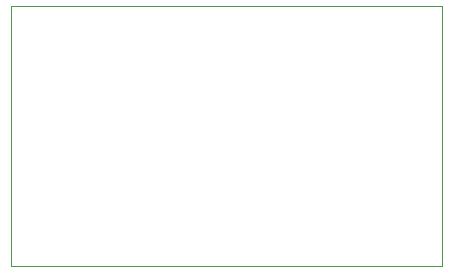
<source format=gbr>
%TF.GenerationSoftware,KiCad,Pcbnew,8.0.5*%
%TF.CreationDate,2024-10-14T13:25:02-04:00*%
%TF.ProjectId,dev_board,6465765f-626f-4617-9264-2e6b69636164,rev?*%
%TF.SameCoordinates,Original*%
%TF.FileFunction,Profile,NP*%
%FSLAX46Y46*%
G04 Gerber Fmt 4.6, Leading zero omitted, Abs format (unit mm)*
G04 Created by KiCad (PCBNEW 8.0.5) date 2024-10-14 13:25:02*
%MOMM*%
%LPD*%
G01*
G04 APERTURE LIST*
%TA.AperFunction,Profile*%
%ADD10C,0.050000*%
%TD*%
G04 APERTURE END LIST*
D10*
X119000000Y-56000000D02*
X155500000Y-56000000D01*
X155500000Y-78000000D01*
X119000000Y-78000000D01*
X119000000Y-56000000D01*
M02*

</source>
